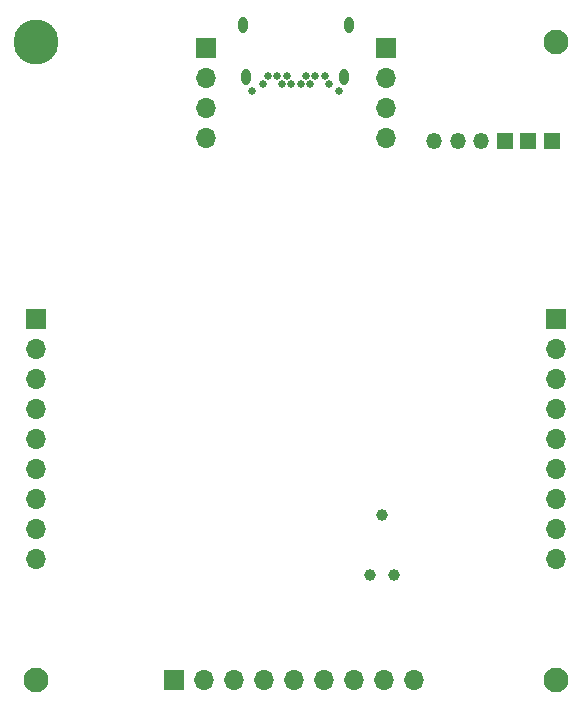
<source format=gbr>
%TF.GenerationSoftware,KiCad,Pcbnew,(7.0.0)*%
%TF.CreationDate,2023-03-20T16:27:41-06:00*%
%TF.ProjectId,OpenRectangleBreakout,4f70656e-5265-4637-9461-6e676c654272,rev?*%
%TF.SameCoordinates,Original*%
%TF.FileFunction,Soldermask,Bot*%
%TF.FilePolarity,Negative*%
%FSLAX46Y46*%
G04 Gerber Fmt 4.6, Leading zero omitted, Abs format (unit mm)*
G04 Created by KiCad (PCBNEW (7.0.0)) date 2023-03-20 16:27:41*
%MOMM*%
%LPD*%
G01*
G04 APERTURE LIST*
%ADD10C,2.100000*%
%ADD11C,0.650000*%
%ADD12O,0.800000X1.400000*%
%ADD13R,1.700000X1.700000*%
%ADD14O,1.700000X1.700000*%
%ADD15C,3.800000*%
%ADD16R,1.350000X1.350000*%
%ADD17O,1.350000X1.350000*%
%ADD18C,0.990600*%
G04 APERTURE END LIST*
D10*
%TO.C,H4*%
X66974968Y-31804957D03*
%TD*%
%TO.C,H2*%
X22974968Y-85804957D03*
%TD*%
D11*
%TO.C,J1*%
X48574968Y-35999807D03*
X41224968Y-35999807D03*
X42174968Y-35349807D03*
X42574968Y-34649807D03*
X43374968Y-34649807D03*
X43774968Y-35349807D03*
X44174968Y-34649807D03*
X44574968Y-35349807D03*
X45374968Y-35349807D03*
X45774968Y-34649807D03*
X46174968Y-35349807D03*
X46574968Y-34649807D03*
X47374968Y-34649807D03*
X47774968Y-35349807D03*
D12*
X49464967Y-30359806D03*
X49029967Y-34749806D03*
X40769967Y-34749806D03*
X40484967Y-30359806D03*
%TD*%
D10*
%TO.C,H3*%
X66974968Y-85804957D03*
%TD*%
D13*
%TO.C,J6*%
X22974967Y-55269999D03*
D14*
X22974967Y-57809999D03*
X22974967Y-60349999D03*
X22974967Y-62889999D03*
X22974967Y-65429999D03*
X22974967Y-67969999D03*
X22974967Y-70509999D03*
X22974967Y-73049999D03*
X22974967Y-75589999D03*
%TD*%
D13*
%TO.C,J3*%
X52594967Y-32308806D03*
D14*
X52594967Y-34848806D03*
X52594967Y-37388806D03*
X52594967Y-39928806D03*
%TD*%
D15*
%TO.C,H1*%
X22974968Y-31804957D03*
%TD*%
D13*
%TO.C,J4*%
X37354967Y-32308806D03*
D14*
X37354967Y-34848806D03*
X37354967Y-37388806D03*
X37354967Y-39928806D03*
%TD*%
D16*
%TO.C,J5*%
X66639999Y-40159999D03*
X64639999Y-40159999D03*
X62639999Y-40159999D03*
D17*
X60639999Y-40159999D03*
X58639999Y-40159999D03*
X56639999Y-40159999D03*
%TD*%
D18*
%TO.C,J2*%
X52246468Y-71850000D03*
X53262468Y-76930000D03*
X51230468Y-76930000D03*
%TD*%
D13*
%TO.C,J8*%
X66974967Y-55269999D03*
D14*
X66974967Y-57809999D03*
X66974967Y-60349999D03*
X66974967Y-62889999D03*
X66974967Y-65429999D03*
X66974967Y-67969999D03*
X66974967Y-70509999D03*
X66974967Y-73049999D03*
X66974967Y-75589999D03*
%TD*%
D13*
%TO.C,J7*%
X34649999Y-85804956D03*
D14*
X37189999Y-85804956D03*
X39729999Y-85804956D03*
X42269999Y-85804956D03*
X44809999Y-85804956D03*
X47349999Y-85804956D03*
X49889999Y-85804956D03*
X52429999Y-85804956D03*
X54969999Y-85804956D03*
%TD*%
M02*

</source>
